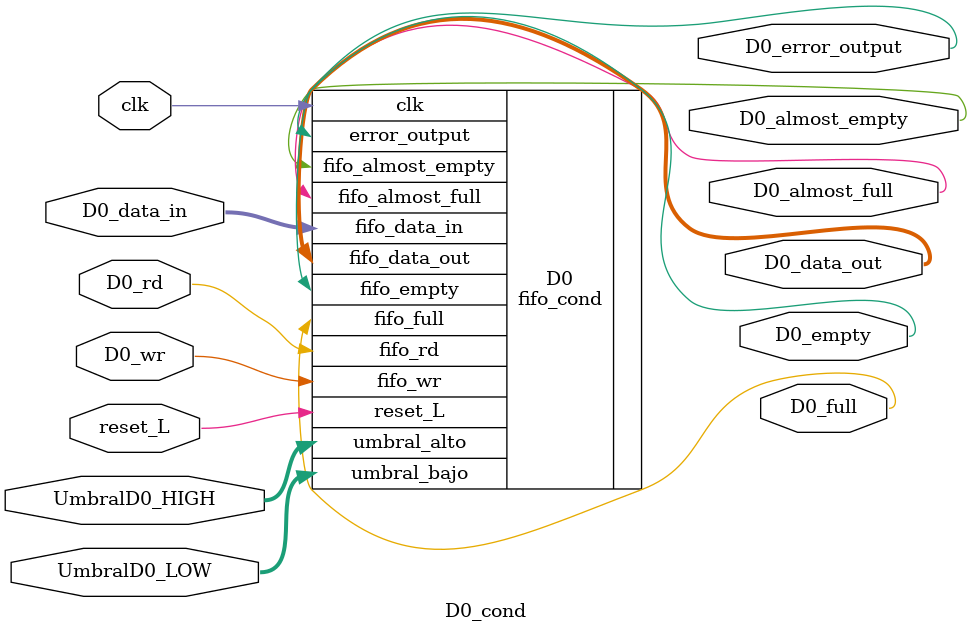
<source format=v>
module D0_cond #(
parameter		BW=6,	// Byte/data width
parameter [5:0]	LEN4=4,
parameter TOL = 1)
    (
	input				clk, reset_L,
	input				D0_wr,
	input	 [(BW-1):0]	D0_data_in,
	input				D0_rd,
	input [(LEN4-1):0] UmbralD0_LOW,
	input [(LEN4-1):0] UmbralD0_HIGH,
	output	[(BW-1):0]	D0_data_out,
	output  			D0_error_output,
	output   				D0_full,
	output   				D0_empty,
	output   				D0_almost_full,
	output   				D0_almost_empty);

fifo_cond #(.BW(BW), .LEN(LEN4), .TOL(TOL)) D0  (
	 // Outputs
	 .fifo_data_out			(D0_data_out[(BW-1):0]),
	 .error_output			(D0_error_output),
	 .fifo_full			(D0_full),
	 .fifo_empty			(D0_empty),
	 .fifo_almost_full		(D0_almost_full),
	 .fifo_almost_empty		(D0_almost_empty),
	 // Inputs
	 .clk				(clk),
	 .reset_L			(reset_L),
	 .fifo_wr			(D0_wr),
	 .umbral_bajo		(UmbralD0_LOW[(LEN4-1):0]),
	 .umbral_alto		(UmbralD0_HIGH[(LEN4-1):0]),
	 .fifo_data_in			(D0_data_in[(BW-1):0]),
	 .fifo_rd			(D0_rd)) ;

endmodule

</source>
